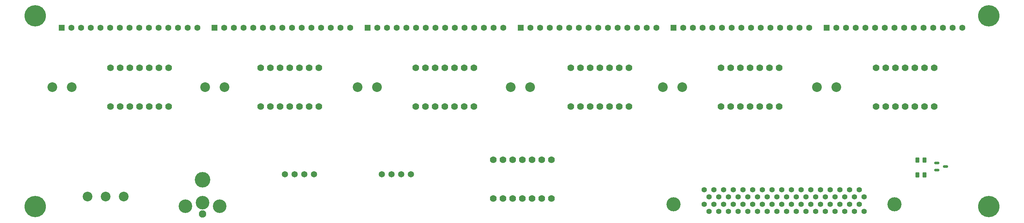
<source format=gts>
%TF.GenerationSoftware,KiCad,Pcbnew,7.0.6*%
%TF.CreationDate,2023-08-01T17:13:05-04:00*%
%TF.ProjectId,arena_06-inf_national-instruments,6172656e-615f-4303-962d-696e665f6e61,v0.1*%
%TF.SameCoordinates,Original*%
%TF.FileFunction,Soldermask,Top*%
%TF.FilePolarity,Negative*%
%FSLAX46Y46*%
G04 Gerber Fmt 4.6, Leading zero omitted, Abs format (unit mm)*
G04 Created by KiCad (PCBNEW 7.0.6) date 2023-08-01 17:13:05*
%MOMM*%
%LPD*%
G01*
G04 APERTURE LIST*
G04 Aperture macros list*
%AMRoundRect*
0 Rectangle with rounded corners*
0 $1 Rounding radius*
0 $2 $3 $4 $5 $6 $7 $8 $9 X,Y pos of 4 corners*
0 Add a 4 corners polygon primitive as box body*
4,1,4,$2,$3,$4,$5,$6,$7,$8,$9,$2,$3,0*
0 Add four circle primitives for the rounded corners*
1,1,$1+$1,$2,$3*
1,1,$1+$1,$4,$5*
1,1,$1+$1,$6,$7*
1,1,$1+$1,$8,$9*
0 Add four rect primitives between the rounded corners*
20,1,$1+$1,$2,$3,$4,$5,0*
20,1,$1+$1,$4,$5,$6,$7,0*
20,1,$1+$1,$6,$7,$8,$9,0*
20,1,$1+$1,$8,$9,$2,$3,0*%
G04 Aperture macros list end*
%ADD10C,2.540000*%
%ADD11R,1.600000X1.600000*%
%ADD12C,1.600000*%
%ADD13C,1.778000*%
%ADD14C,1.651000*%
%ADD15C,3.556000*%
%ADD16C,1.930400*%
%ADD17C,4.064000*%
%ADD18C,1.400000*%
%ADD19C,3.700000*%
%ADD20RoundRect,0.250000X0.262500X0.450000X-0.262500X0.450000X-0.262500X-0.450000X0.262500X-0.450000X0*%
%ADD21RoundRect,0.150000X-0.512500X-0.150000X0.512500X-0.150000X0.512500X0.150000X-0.512500X0.150000X0*%
%ADD22C,5.600000*%
G04 APERTURE END LIST*
D10*
%TO.C,C1*%
X49530000Y-73660000D03*
X54610000Y-73660000D03*
%TD*%
%TO.C,C2*%
X89535000Y-73660000D03*
X94615000Y-73660000D03*
%TD*%
%TO.C,C3*%
X129540000Y-73660000D03*
X134620000Y-73660000D03*
%TD*%
%TO.C,C4*%
X169672000Y-73660000D03*
X174752000Y-73660000D03*
%TD*%
%TO.C,C5*%
X209550000Y-73660000D03*
X214630000Y-73660000D03*
%TD*%
D11*
%TO.C,P1*%
X51970000Y-58100000D03*
D12*
X54510000Y-58100000D03*
X57050000Y-58100000D03*
X59590000Y-58100000D03*
X62130000Y-58100000D03*
X64670000Y-58100000D03*
X67210000Y-58100000D03*
X69750000Y-58100000D03*
X72290000Y-58100000D03*
X74830000Y-58100000D03*
X77370000Y-58100000D03*
X79910000Y-58100000D03*
X82450000Y-58100000D03*
X84990000Y-58100000D03*
X87530000Y-58100000D03*
%TD*%
D11*
%TO.C,P2*%
X92070000Y-58100000D03*
D12*
X94610000Y-58100000D03*
X97150000Y-58100000D03*
X99690000Y-58100000D03*
X102230000Y-58100000D03*
X104770000Y-58100000D03*
X107310000Y-58100000D03*
X109850000Y-58100000D03*
X112390000Y-58100000D03*
X114930000Y-58100000D03*
X117470000Y-58100000D03*
X120010000Y-58100000D03*
X122550000Y-58100000D03*
X125090000Y-58100000D03*
X127630000Y-58100000D03*
%TD*%
D11*
%TO.C,P3*%
X132170000Y-58100000D03*
D12*
X134710000Y-58100000D03*
X137250000Y-58100000D03*
X139790000Y-58100000D03*
X142330000Y-58100000D03*
X144870000Y-58100000D03*
X147410000Y-58100000D03*
X149950000Y-58100000D03*
X152490000Y-58100000D03*
X155030000Y-58100000D03*
X157570000Y-58100000D03*
X160110000Y-58100000D03*
X162650000Y-58100000D03*
X165190000Y-58100000D03*
X167730000Y-58100000D03*
%TD*%
D11*
%TO.C,P4*%
X172300000Y-58100000D03*
D12*
X174840000Y-58100000D03*
X177380000Y-58100000D03*
X179920000Y-58100000D03*
X182460000Y-58100000D03*
X185000000Y-58100000D03*
X187540000Y-58100000D03*
X190080000Y-58100000D03*
X192620000Y-58100000D03*
X195160000Y-58100000D03*
X197700000Y-58100000D03*
X200240000Y-58100000D03*
X202780000Y-58100000D03*
X205320000Y-58100000D03*
X207860000Y-58100000D03*
%TD*%
D11*
%TO.C,P5*%
X212370000Y-58100000D03*
D12*
X214910000Y-58100000D03*
X217450000Y-58100000D03*
X219990000Y-58100000D03*
X222530000Y-58100000D03*
X225070000Y-58100000D03*
X227610000Y-58100000D03*
X230150000Y-58100000D03*
X232690000Y-58100000D03*
X235230000Y-58100000D03*
X237770000Y-58100000D03*
X240310000Y-58100000D03*
X242850000Y-58100000D03*
X245390000Y-58100000D03*
X247930000Y-58100000D03*
%TD*%
D11*
%TO.C,P6*%
X252470000Y-58100000D03*
D12*
X255010000Y-58100000D03*
X257550000Y-58100000D03*
X260090000Y-58100000D03*
X262630000Y-58100000D03*
X265170000Y-58100000D03*
X267710000Y-58100000D03*
X270250000Y-58100000D03*
X272790000Y-58100000D03*
X275330000Y-58100000D03*
X277870000Y-58100000D03*
X280410000Y-58100000D03*
X282950000Y-58100000D03*
X285490000Y-58100000D03*
X288030000Y-58100000D03*
%TD*%
D10*
%TO.C,SW1*%
X58750200Y-102400000D03*
X63500000Y-102400000D03*
X68249800Y-102400000D03*
%TD*%
D13*
%TO.C,U1*%
X64770000Y-78740000D03*
X67310000Y-78740000D03*
X69850000Y-78740000D03*
X72390000Y-78740000D03*
X74930000Y-78740000D03*
X77470000Y-78740000D03*
X80010000Y-78740000D03*
X80010000Y-68580000D03*
X77470000Y-68580000D03*
X74930000Y-68580000D03*
X72390000Y-68580000D03*
X69850000Y-68580000D03*
X67310000Y-68580000D03*
X64770000Y-68580000D03*
%TD*%
%TO.C,U2*%
X104140000Y-78740000D03*
X106680000Y-78740000D03*
X109220000Y-78740000D03*
X111760000Y-78740000D03*
X114300000Y-78740000D03*
X116840000Y-78740000D03*
X119380000Y-78740000D03*
X119380000Y-68580000D03*
X116840000Y-68580000D03*
X114300000Y-68580000D03*
X111760000Y-68580000D03*
X109220000Y-68580000D03*
X106680000Y-68580000D03*
X104140000Y-68580000D03*
%TD*%
%TO.C,U3*%
X144780000Y-78740000D03*
X147320000Y-78740000D03*
X149860000Y-78740000D03*
X152400000Y-78740000D03*
X154940000Y-78740000D03*
X157480000Y-78740000D03*
X160020000Y-78740000D03*
X160020000Y-68580000D03*
X157480000Y-68580000D03*
X154940000Y-68580000D03*
X152400000Y-68580000D03*
X149860000Y-68580000D03*
X147320000Y-68580000D03*
X144780000Y-68580000D03*
%TD*%
%TO.C,U4*%
X185420000Y-78740000D03*
X187960000Y-78740000D03*
X190500000Y-78740000D03*
X193040000Y-78740000D03*
X195580000Y-78740000D03*
X198120000Y-78740000D03*
X200660000Y-78740000D03*
X200660000Y-68580000D03*
X198120000Y-68580000D03*
X195580000Y-68580000D03*
X193040000Y-68580000D03*
X190500000Y-68580000D03*
X187960000Y-68580000D03*
X185420000Y-68580000D03*
%TD*%
%TO.C,U5*%
X224790000Y-78740000D03*
X227330000Y-78740000D03*
X229870000Y-78740000D03*
X232410000Y-78740000D03*
X234950000Y-78740000D03*
X237490000Y-78740000D03*
X240030000Y-78740000D03*
X240030000Y-68580000D03*
X237490000Y-68580000D03*
X234950000Y-68580000D03*
X232410000Y-68580000D03*
X229870000Y-68580000D03*
X227330000Y-68580000D03*
X224790000Y-68580000D03*
%TD*%
%TO.C,U6*%
X265430000Y-78740000D03*
X267970000Y-78740000D03*
X270510000Y-78740000D03*
X273050000Y-78740000D03*
X275590000Y-78740000D03*
X278130000Y-78740000D03*
X280670000Y-78740000D03*
X280670000Y-68580000D03*
X278130000Y-68580000D03*
X275590000Y-68580000D03*
X273050000Y-68580000D03*
X270510000Y-68580000D03*
X267970000Y-68580000D03*
X265430000Y-68580000D03*
%TD*%
%TO.C,U7*%
X165100000Y-102870000D03*
X167640000Y-102870000D03*
X170180000Y-102870000D03*
X172720000Y-102870000D03*
X175260000Y-102870000D03*
X177800000Y-102870000D03*
X180340000Y-102870000D03*
X180340000Y-92710000D03*
X177800000Y-92710000D03*
X175260000Y-92710000D03*
X172720000Y-92710000D03*
X170180000Y-92710000D03*
X167640000Y-92710000D03*
X165100000Y-92710000D03*
%TD*%
D14*
%TO.C,U8*%
X110490000Y-96520000D03*
X113030000Y-96520000D03*
X115570000Y-96520000D03*
X118110000Y-96520000D03*
%TD*%
D15*
%TO.C,J1*%
X93395800Y-104966200D03*
D16*
X88900000Y-106972800D03*
D15*
X84404200Y-104966200D03*
D17*
X88900000Y-97981200D03*
D15*
X88900000Y-103975600D03*
%TD*%
D18*
%TO.C,P7*%
X220345000Y-100585000D03*
X221615000Y-102490000D03*
X222885000Y-100585000D03*
X224155000Y-102490000D03*
X225425000Y-100585000D03*
X226695000Y-102490000D03*
X227965000Y-100585000D03*
X229235000Y-102490000D03*
X230505000Y-100585000D03*
X231775000Y-102490000D03*
X233045000Y-100585000D03*
X234315000Y-102490000D03*
X235585000Y-100585000D03*
X236855000Y-102490000D03*
X238125000Y-100585000D03*
X239395000Y-102490000D03*
X240665000Y-100585000D03*
X241935000Y-102490000D03*
X243205000Y-100585000D03*
X244475000Y-102490000D03*
X245745000Y-100585000D03*
X247015000Y-102490000D03*
X248285000Y-100585000D03*
X249555000Y-102490000D03*
X250825000Y-100585000D03*
X252095000Y-102490000D03*
X253365000Y-100585000D03*
X254635000Y-102490000D03*
X255905000Y-100585000D03*
X257175000Y-102490000D03*
X258445000Y-100585000D03*
X259715000Y-102490000D03*
X260985000Y-100585000D03*
X262255000Y-102490000D03*
X220345000Y-104395000D03*
X221615000Y-106300000D03*
X222885000Y-104395000D03*
X224155000Y-106300000D03*
X225425000Y-104395000D03*
X226695000Y-106300000D03*
X227965000Y-104395000D03*
X229235000Y-106300000D03*
X230505000Y-104395000D03*
X231775000Y-106300000D03*
X233045000Y-104395000D03*
X234315000Y-106300000D03*
X235585000Y-104395000D03*
X236855000Y-106300000D03*
X238125000Y-104395000D03*
X239395000Y-106300000D03*
X240665000Y-104395000D03*
X241935000Y-106300000D03*
X243205000Y-104395000D03*
X244475000Y-106300000D03*
X245745000Y-104395000D03*
X247015000Y-106300000D03*
X248285000Y-104395000D03*
X249555000Y-106300000D03*
X250825000Y-104395000D03*
X252095000Y-106300000D03*
X253365000Y-104395000D03*
X254635000Y-106300000D03*
X255905000Y-104395000D03*
X257175000Y-106300000D03*
X258445000Y-104395000D03*
X259715000Y-106300000D03*
X260985000Y-104395000D03*
X262255000Y-106300000D03*
D19*
X212345000Y-104395000D03*
X270255000Y-104395000D03*
%TD*%
D20*
%TO.C,R2*%
X278112500Y-96700000D03*
X276287500Y-96700000D03*
%TD*%
D21*
%TO.C,Q2*%
X281362500Y-93550000D03*
X281362500Y-95450000D03*
X283637500Y-94500000D03*
%TD*%
D22*
%TO.C,H4*%
X295000000Y-55000000D03*
%TD*%
D20*
%TO.C,R1*%
X278112500Y-92800000D03*
X276287500Y-92800000D03*
%TD*%
D22*
%TO.C,H2*%
X45000000Y-105000000D03*
%TD*%
%TO.C,H3*%
X295000000Y-105000000D03*
%TD*%
D10*
%TO.C,C6*%
X249936000Y-73660000D03*
X255016000Y-73660000D03*
%TD*%
D14*
%TO.C,U9*%
X135890000Y-96520000D03*
X138430000Y-96520000D03*
X140970000Y-96520000D03*
X143510000Y-96520000D03*
%TD*%
D22*
%TO.C,H1*%
X45000000Y-55000000D03*
%TD*%
M02*

</source>
